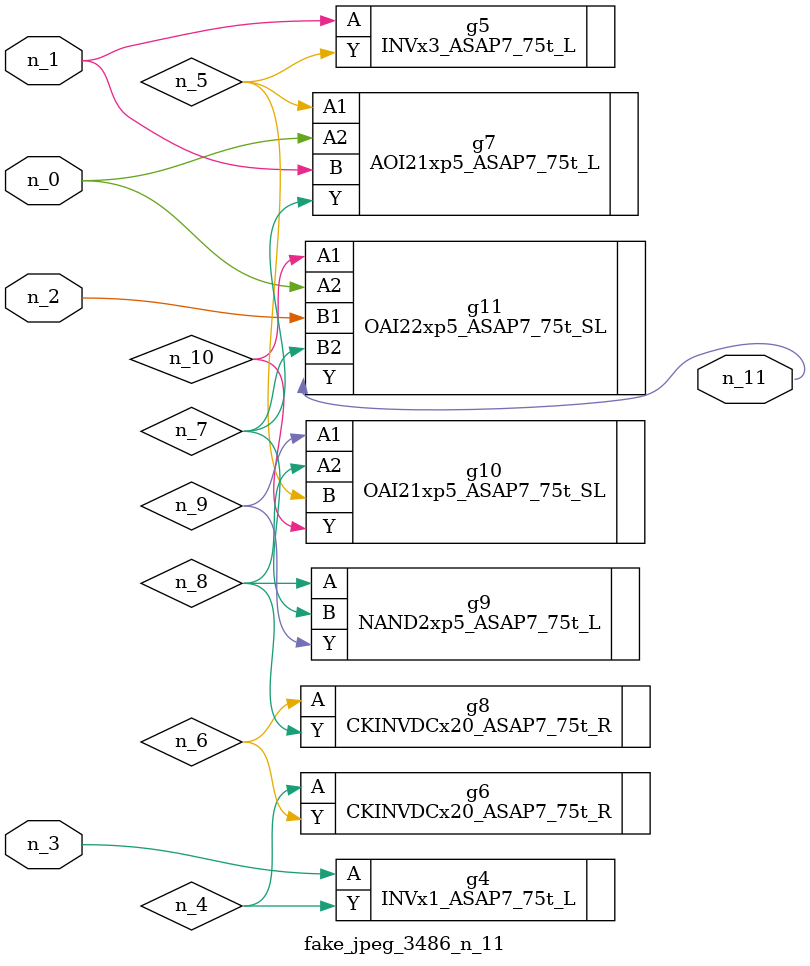
<source format=v>
module fake_jpeg_3486_n_11 (n_0, n_3, n_2, n_1, n_11);

input n_0;
input n_3;
input n_2;
input n_1;

output n_11;

wire n_10;
wire n_4;
wire n_8;
wire n_9;
wire n_6;
wire n_5;
wire n_7;

INVx1_ASAP7_75t_L g4 ( 
.A(n_3),
.Y(n_4)
);

INVx3_ASAP7_75t_L g5 ( 
.A(n_1),
.Y(n_5)
);

CKINVDCx20_ASAP7_75t_R g6 ( 
.A(n_4),
.Y(n_6)
);

CKINVDCx20_ASAP7_75t_R g8 ( 
.A(n_6),
.Y(n_8)
);

AOI21xp5_ASAP7_75t_L g7 ( 
.A1(n_5),
.A2(n_0),
.B(n_1),
.Y(n_7)
);

NAND2xp5_ASAP7_75t_L g9 ( 
.A(n_8),
.B(n_7),
.Y(n_9)
);

OAI21xp5_ASAP7_75t_SL g10 ( 
.A1(n_9),
.A2(n_8),
.B(n_5),
.Y(n_10)
);

OAI22xp5_ASAP7_75t_SL g11 ( 
.A1(n_10),
.A2(n_0),
.B1(n_2),
.B2(n_7),
.Y(n_11)
);


endmodule
</source>
